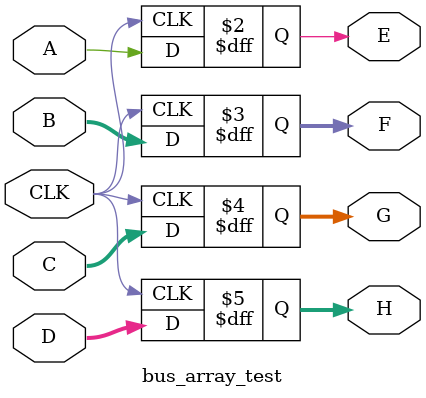
<source format=v>

module AND2 (A1, A2, Z);
    input A1, A2;
    output Z;
    and	(Z, A1, A2);		// plain AND gate
    specify
       (A1 => Z)=(5, 3);	// rise and fall times
       (A2 => Z)=(5, 3);
    endspecify
endmodule

// two-input or gate
module OR2 (A1, A2, Z);
    input A1, A2;
    output Z;
    or	(Z, A1, A2);		// plain OR gate
    specify
       (A1 => Z)=(6, 4);	// rise and fall times
       (A2 => Z)=(6, 4);
    endspecify
endmodule

// an array/bus test
module bus_array_test(CLK, A, B, C, D, E, F, G, H);
	input		CLK;
	input 		A;
	input	[3:0] 	B;
	input 	[7:0]	C;
	input	[31:0]	D;
	output	reg		E;
	output	reg	[3:0] 	F;
	output 	reg	[7:0]	G;
	output	reg	[31:0]	H;
always @(posedge CLK)
begin
	E <= A;
	F <= B;
	G <= C;
	H <= D;
end
endmodule


</source>
